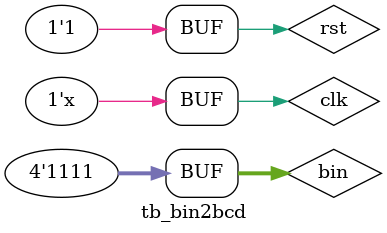
<source format=v>
`timescale 1ns / 1ps


module tb_bin2bcd();

reg clk, rst;
reg[3:0] bin;
wire[7:0] bcd;

bin2bcd tb(.clk(clk), .rst(rst), .bin(bin), .bcd(bcd));

initial begin
    rst=1; clk=0; #10
    bin=0; #10
    bin=1; #10
    bin=2; #10
    bin=3; #10
    bin=4; #10
    bin=5; #10
    bin=6; #10
    bin=7; #10
    bin=8; #10
    bin=9; #10
    bin=10; #10
    bin=11; #10
    bin=12; #10
    bin=13; #10
    bin=14; #10
    bin=15;
end

always #1 clk <= ~clk;
endmodule

</source>
